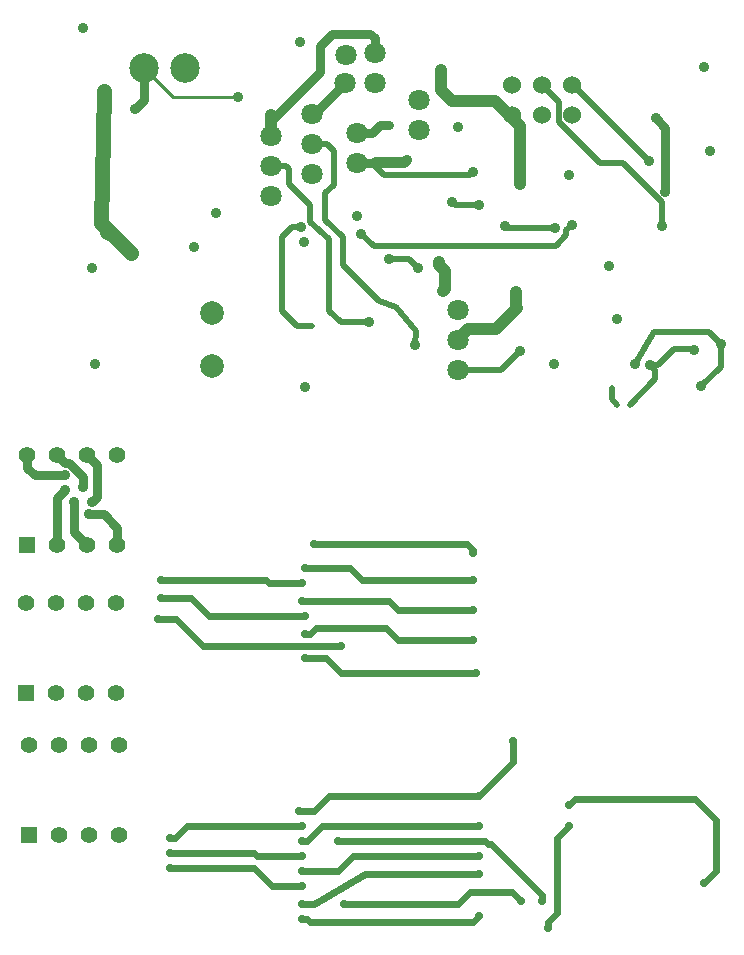
<source format=gbl>
G04 #@! TF.GenerationSoftware,KiCad,Pcbnew,5.1.5-52549c5~86~ubuntu18.04.1*
G04 #@! TF.CreationDate,2020-12-07T22:39:35-08:00*
G04 #@! TF.ProjectId,multiple_PCBs,6d756c74-6970-46c6-955f-504342732e6b,rev?*
G04 #@! TF.SameCoordinates,Original*
G04 #@! TF.FileFunction,Copper,L2,Bot*
G04 #@! TF.FilePolarity,Positive*
%FSLAX46Y46*%
G04 Gerber Fmt 4.6, Leading zero omitted, Abs format (unit mm)*
G04 Created by KiCad (PCBNEW 5.1.5-52549c5~86~ubuntu18.04.1) date 2020-12-07 22:39:35*
%MOMM*%
%LPD*%
G04 APERTURE LIST*
%ADD10R,1.397000X1.397000*%
%ADD11C,1.397000*%
%ADD12C,1.800000*%
%ADD13C,2.500000*%
%ADD14C,1.998980*%
%ADD15C,1.524000*%
%ADD16C,0.889000*%
%ADD17C,0.700000*%
%ADD18C,0.762000*%
%ADD19C,0.600000*%
%ADD20C,0.508000*%
%ADD21C,0.254000*%
%ADD22C,1.016000*%
%ADD23C,1.270000*%
G04 APERTURE END LIST*
D10*
X140090000Y-103710000D03*
D11*
X142630000Y-103710000D03*
X145170000Y-103710000D03*
X147710000Y-103710000D03*
X147710000Y-96090000D03*
X145170000Y-96090000D03*
X142630000Y-96090000D03*
X140090000Y-96090000D03*
D10*
X140208000Y-128270000D03*
D11*
X142748000Y-128270000D03*
X145288000Y-128270000D03*
X147828000Y-128270000D03*
X147828000Y-120650000D03*
X145288000Y-120650000D03*
X142748000Y-120650000D03*
X140208000Y-120650000D03*
D10*
X139990000Y-116210000D03*
D11*
X142530000Y-116210000D03*
X145070000Y-116210000D03*
X147610000Y-116210000D03*
X147610000Y-108590000D03*
X145070000Y-108590000D03*
X142530000Y-108590000D03*
X139990000Y-108590000D03*
D12*
X167113000Y-62229000D03*
X166970000Y-64626000D03*
X169510000Y-64626000D03*
X169510000Y-62086000D03*
X167990000Y-68846160D03*
X167990000Y-71386160D03*
X173228000Y-68569840D03*
X173228000Y-66029840D03*
X160740000Y-69066000D03*
X160740000Y-71606000D03*
X160740000Y-74146000D03*
D13*
X149989940Y-63356000D03*
X153490060Y-63356000D03*
D12*
X164190000Y-67216000D03*
X164190000Y-69756000D03*
X164190000Y-72296000D03*
D14*
X155702000Y-84089240D03*
X155702000Y-88590120D03*
D15*
X186230000Y-64786000D03*
X183690000Y-64786000D03*
X181150000Y-64786000D03*
X181150000Y-67326000D03*
X183690000Y-67326000D03*
X186230000Y-67326000D03*
D12*
X176530000Y-88900000D03*
X176530000Y-86360000D03*
X176530000Y-83820000D03*
D16*
X143256000Y-99060000D03*
X144018000Y-100076000D03*
X145288000Y-101092000D03*
X145542000Y-100090500D03*
X144780000Y-98806000D03*
X143256000Y-97790000D03*
D17*
X163576000Y-111252000D03*
X177800000Y-111760000D03*
X163576000Y-113284000D03*
X178054000Y-114554000D03*
X151130000Y-109982000D03*
X166624000Y-112268000D03*
X151384000Y-106680000D03*
X163322000Y-106934000D03*
X151384000Y-108204000D03*
X163576000Y-109728000D03*
X163322000Y-108458000D03*
X177800000Y-109220000D03*
X163576000Y-105664000D03*
X177800000Y-106680000D03*
X164338000Y-103632000D03*
X177800000Y-104394000D03*
X163068000Y-126238000D03*
X178308000Y-124968000D03*
X181196000Y-120338000D03*
X163322000Y-128778000D03*
X178308000Y-127508000D03*
X185928000Y-125730000D03*
X197358000Y-132334000D03*
X163322000Y-131318000D03*
X178308000Y-130048000D03*
X152146000Y-129794000D03*
X163322000Y-130048000D03*
X183642000Y-133858000D03*
X166370000Y-128778000D03*
X152146000Y-128524000D03*
X163322000Y-127508000D03*
X152146000Y-131064000D03*
X163322000Y-132588000D03*
X181864000Y-133858000D03*
X166878000Y-134112000D03*
X184150000Y-136144000D03*
X185928000Y-127508000D03*
X163322000Y-135382000D03*
X178308000Y-135128000D03*
X163322000Y-134112000D03*
X178308000Y-131572000D03*
D16*
X172280000Y-71086000D03*
X177800000Y-72136000D03*
X157910000Y-65776000D03*
X149240000Y-66756000D03*
X169060000Y-84848500D03*
X176022000Y-74676000D03*
X178372500Y-74930000D03*
X194112625Y-73857375D03*
X193294000Y-67564000D03*
X148844000Y-78994000D03*
X146558000Y-65278000D03*
X156090000Y-75586000D03*
X163640000Y-90356000D03*
X163150000Y-61126000D03*
X163490000Y-78056000D03*
X154224858Y-78453500D03*
X168040000Y-75856000D03*
X163280265Y-76796265D03*
X184658000Y-88392000D03*
X192840000Y-88482000D03*
X196515000Y-87156000D03*
X189330000Y-80056000D03*
X189992000Y-84582000D03*
X144780000Y-59944000D03*
X145542000Y-80264000D03*
X145796000Y-88392000D03*
X197358000Y-63246000D03*
X197866000Y-70358000D03*
X185928000Y-72390000D03*
X175139940Y-63456000D03*
X176530000Y-68326000D03*
X172940000Y-86756000D03*
X173140000Y-80226000D03*
X170688000Y-79502000D03*
X180580000Y-76726000D03*
X184815000Y-76856000D03*
X197140000Y-90281000D03*
X191516000Y-88392000D03*
X198815000Y-86656000D03*
X192715000Y-71156000D03*
X193802000Y-76708000D03*
X181815000Y-87256000D03*
X181490000Y-82306000D03*
X181640000Y-83631000D03*
X186190000Y-76631000D03*
X168388967Y-77337798D03*
D18*
X142630000Y-99686000D02*
X142630000Y-103710000D01*
X143256000Y-99060000D02*
X142630000Y-99686000D01*
X144081501Y-102621501D02*
X145170000Y-103710000D01*
X144018000Y-100076000D02*
X144081501Y-100520499D01*
X144081501Y-100520499D02*
X144081501Y-102621501D01*
X145288000Y-101092000D02*
X146558000Y-101092000D01*
X147710000Y-102244000D02*
X147710000Y-103710000D01*
X146558000Y-101092000D02*
X147710000Y-102244000D01*
X145868499Y-96788499D02*
X145170000Y-96090000D01*
X145986499Y-99646001D02*
X145986499Y-96906499D01*
X145986499Y-96906499D02*
X145868499Y-96788499D01*
X145542000Y-100090500D02*
X145986499Y-99646001D01*
X144780000Y-98806000D02*
X144780000Y-97944258D01*
X143328499Y-96788499D02*
X142630000Y-96090000D01*
X143624241Y-96788499D02*
X143328499Y-96788499D01*
X144780000Y-97944258D02*
X143624241Y-96788499D01*
X140090000Y-97164000D02*
X140090000Y-96090000D01*
X143256000Y-97790000D02*
X140716000Y-97790000D01*
X140716000Y-97790000D02*
X140090000Y-97164000D01*
D19*
X164070974Y-111252000D02*
X164578974Y-110744000D01*
X163576000Y-111252000D02*
X164070974Y-111252000D01*
X164578974Y-110744000D02*
X170434000Y-110744000D01*
X170434000Y-110744000D02*
X171450000Y-111760000D01*
X171450000Y-111760000D02*
X177800000Y-111760000D01*
X163576000Y-113284000D02*
X165354000Y-113284000D01*
X165354000Y-113284000D02*
X166624000Y-114554000D01*
X166624000Y-114554000D02*
X178054000Y-114554000D01*
X152654000Y-109982000D02*
X151130000Y-109982000D01*
X154940000Y-112268000D02*
X152654000Y-109982000D01*
X166624000Y-112268000D02*
X154940000Y-112268000D01*
X151384000Y-106680000D02*
X160274000Y-106680000D01*
X160274000Y-106680000D02*
X160528000Y-106934000D01*
X160528000Y-106934000D02*
X163322000Y-106934000D01*
X151384000Y-108204000D02*
X153924000Y-108204000D01*
X153924000Y-108204000D02*
X155448000Y-109728000D01*
X155448000Y-109728000D02*
X163576000Y-109728000D01*
X163322000Y-108458000D02*
X163816974Y-108458000D01*
X163816974Y-108458000D02*
X170688000Y-108458000D01*
X170688000Y-108458000D02*
X171450000Y-109220000D01*
X171450000Y-109220000D02*
X177800000Y-109220000D01*
X163576000Y-105664000D02*
X167386000Y-105664000D01*
X167386000Y-105664000D02*
X168402000Y-106680000D01*
X168402000Y-106680000D02*
X177800000Y-106680000D01*
X164338000Y-103632000D02*
X177292000Y-103632000D01*
X177292000Y-103632000D02*
X177800000Y-104140000D01*
X177800000Y-104140000D02*
X177800000Y-104394000D01*
X163068000Y-126238000D02*
X164338000Y-126238000D01*
X164338000Y-126238000D02*
X165608000Y-124968000D01*
X165608000Y-124968000D02*
X178308000Y-124968000D01*
X181196000Y-122080000D02*
X178308000Y-124968000D01*
X181196000Y-120338000D02*
X181196000Y-122080000D01*
X163816974Y-128778000D02*
X165086974Y-127508000D01*
X163322000Y-128778000D02*
X163816974Y-128778000D01*
X165086974Y-127508000D02*
X178308000Y-127508000D01*
X185928000Y-125730000D02*
X186436000Y-125222000D01*
X186436000Y-125222000D02*
X196596000Y-125222000D01*
X196596000Y-125222000D02*
X198374000Y-127000000D01*
X198374000Y-127000000D02*
X198374000Y-131318000D01*
X198374000Y-131318000D02*
X197358000Y-132334000D01*
X163322000Y-131318000D02*
X166370000Y-131318000D01*
X166370000Y-131318000D02*
X167640000Y-130048000D01*
X167640000Y-130048000D02*
X178308000Y-130048000D01*
X152146000Y-129794000D02*
X159258000Y-129794000D01*
X159258000Y-129794000D02*
X159512000Y-130048000D01*
X159512000Y-130048000D02*
X163322000Y-130048000D01*
X183642000Y-133363026D02*
X179324000Y-129045026D01*
X183642000Y-133858000D02*
X183642000Y-133363026D01*
X179324000Y-129045026D02*
X179083026Y-129045026D01*
X179083026Y-129045026D02*
X178816000Y-128778000D01*
X178816000Y-128778000D02*
X166370000Y-128778000D01*
X152640974Y-128524000D02*
X153656974Y-127508000D01*
X152146000Y-128524000D02*
X152640974Y-128524000D01*
X153656974Y-127508000D02*
X163322000Y-127508000D01*
X152146000Y-131064000D02*
X159258000Y-131064000D01*
X159258000Y-131064000D02*
X160782000Y-132588000D01*
X160782000Y-132588000D02*
X163322000Y-132588000D01*
X166878000Y-134112000D02*
X176530000Y-134112000D01*
X176530000Y-134112000D02*
X177546000Y-133096000D01*
X181102000Y-133096000D02*
X181864000Y-133858000D01*
X177546000Y-133096000D02*
X181102000Y-133096000D01*
X184150000Y-135649026D02*
X184912000Y-134887026D01*
X184150000Y-136144000D02*
X184150000Y-135649026D01*
X184912000Y-134887026D02*
X184912000Y-128524000D01*
X184912000Y-128524000D02*
X185928000Y-127508000D01*
X163816974Y-135382000D02*
X164070974Y-135636000D01*
X163322000Y-135382000D02*
X163816974Y-135382000D01*
X164070974Y-135636000D02*
X177800000Y-135636000D01*
X177800000Y-135636000D02*
X178308000Y-135128000D01*
X164338000Y-134112000D02*
X163322000Y-134112000D01*
X178308000Y-131572000D02*
X168656000Y-131572000D01*
X168656000Y-131572000D02*
X164338000Y-134112000D01*
D18*
X171979840Y-71386160D02*
X172280000Y-71086000D01*
X167990000Y-71386160D02*
X171979840Y-71386160D01*
D20*
X169550000Y-71086000D02*
X172280000Y-71086000D01*
X169260000Y-71376000D02*
X169550000Y-71086000D01*
X170280000Y-72396000D02*
X169260000Y-71376000D01*
X177800000Y-72136000D02*
X177601383Y-72396000D01*
X177601383Y-72396000D02*
X170280000Y-72396000D01*
D21*
X152409940Y-65776000D02*
X151490000Y-64856060D01*
X157910000Y-65776000D02*
X152409940Y-65776000D01*
X151490000Y-64856060D02*
X149989940Y-63356000D01*
D18*
X149989940Y-63356000D02*
X149989940Y-66006060D01*
X149989940Y-66006060D02*
X149240000Y-66756000D01*
D22*
X160740000Y-67793208D02*
X160740000Y-69066000D01*
X160740000Y-67329208D02*
X160740000Y-67793208D01*
D18*
X169152792Y-60456000D02*
X169510000Y-60813208D01*
X165890000Y-60456000D02*
X169152792Y-60456000D01*
X164890000Y-61456000D02*
X165890000Y-60456000D01*
X169510000Y-60813208D02*
X169510000Y-62086000D01*
X164890000Y-63643208D02*
X164890000Y-61456000D01*
X160740000Y-67793208D02*
X164890000Y-63643208D01*
D20*
X169060000Y-84848500D02*
X166632500Y-84848500D01*
X165640000Y-83856000D02*
X165640000Y-77756000D01*
X166632500Y-84848500D02*
X165640000Y-83856000D01*
X162012792Y-71606000D02*
X162290000Y-71883208D01*
X160740000Y-71606000D02*
X162012792Y-71606000D01*
X162290000Y-71883208D02*
X162290000Y-73156000D01*
X162290000Y-73156000D02*
X164040000Y-74906000D01*
X164040000Y-74906000D02*
X164040000Y-76356000D01*
X165640000Y-77756000D02*
X164040000Y-76356000D01*
X176276000Y-74930000D02*
X176022000Y-74676000D01*
X178372500Y-74930000D02*
X176276000Y-74930000D01*
D18*
X194112625Y-73857375D02*
X194112625Y-68382625D01*
X194112625Y-68382625D02*
X193294000Y-67564000D01*
D23*
X146812000Y-77216000D02*
X147320000Y-77470000D01*
X147066000Y-77216000D02*
X146812000Y-77216000D01*
X148844000Y-78994000D02*
X147066000Y-77216000D01*
X146304000Y-76454000D02*
X148844000Y-78994000D01*
X146558000Y-65278000D02*
X146304000Y-76454000D01*
D18*
X169262792Y-68846160D02*
X170002952Y-68106000D01*
X167990000Y-68846160D02*
X169262792Y-68846160D01*
X170002952Y-68106000D02*
X170740000Y-68106000D01*
D22*
X175139940Y-65223766D02*
X176072174Y-66156000D01*
X176072174Y-66156000D02*
X179690000Y-66156000D01*
X179690000Y-66156000D02*
X181790000Y-68256000D01*
X181790000Y-68256000D02*
X181790000Y-73156000D01*
X175442501Y-82011201D02*
X175293851Y-82159851D01*
X175442501Y-80518501D02*
X175442501Y-82011201D01*
X174950000Y-79746000D02*
X174950000Y-80026000D01*
X174950000Y-80026000D02*
X175442501Y-80518501D01*
D20*
X162549735Y-76796265D02*
X163280265Y-76796265D01*
X161690000Y-77656000D02*
X162549735Y-76796265D01*
X161690000Y-83906000D02*
X161690000Y-77656000D01*
X164240000Y-85156000D02*
X162940000Y-85156000D01*
X162940000Y-85156000D02*
X161690000Y-83906000D01*
X189620501Y-91386501D02*
X189620501Y-90386501D01*
X190065000Y-91831000D02*
X189620501Y-91386501D01*
X192840000Y-88482000D02*
X193539000Y-88482000D01*
X193539000Y-88482000D02*
X194890000Y-87131000D01*
X196490000Y-87131000D02*
X196515000Y-87156000D01*
X194890000Y-87131000D02*
X196490000Y-87131000D01*
X193284499Y-88926499D02*
X193284499Y-89636501D01*
X192840000Y-88482000D02*
X193284499Y-88926499D01*
X193284499Y-89636501D02*
X191090000Y-91831000D01*
D22*
X175139940Y-63456000D02*
X175139940Y-65223766D01*
D18*
X164380000Y-67216000D02*
X166970000Y-64626000D01*
X164190000Y-67216000D02*
X164380000Y-67216000D01*
D20*
X165462792Y-69756000D02*
X164190000Y-69756000D01*
X166040000Y-73206000D02*
X166040000Y-70333208D01*
X165340000Y-73906000D02*
X166040000Y-73206000D01*
X166790000Y-77606000D02*
X165340000Y-76156000D01*
X165340000Y-76156000D02*
X165340000Y-73906000D01*
X173038501Y-85557499D02*
X171300000Y-83526000D01*
X172940000Y-86756000D02*
X173038501Y-85557499D01*
X171300000Y-83526000D02*
X169900000Y-83066000D01*
X166040000Y-70333208D02*
X165462792Y-69756000D01*
X169090000Y-82306000D02*
X166790000Y-80006000D01*
X166790000Y-80006000D02*
X166790000Y-77606000D01*
X169900000Y-83066000D02*
X169090000Y-82306000D01*
X172416000Y-79502000D02*
X173140000Y-80226000D01*
X170688000Y-79502000D02*
X172416000Y-79502000D01*
X180710000Y-76856000D02*
X180580000Y-76726000D01*
X184815000Y-76856000D02*
X180710000Y-76856000D01*
X198815000Y-88606000D02*
X197140000Y-90281000D01*
X197815000Y-85656000D02*
X198815000Y-86656000D01*
X191516000Y-88392000D02*
X193161383Y-85656000D01*
X193161383Y-85656000D02*
X197815000Y-85656000D01*
X198815000Y-86656000D02*
X198815000Y-88606000D01*
X186345000Y-64786000D02*
X186230000Y-64786000D01*
X192715000Y-71156000D02*
X186345000Y-64786000D01*
X185113999Y-67861681D02*
X188626318Y-71374000D01*
X183690000Y-64786000D02*
X185113999Y-66209999D01*
X185113999Y-66209999D02*
X185113999Y-67861681D01*
X188626318Y-71374000D02*
X190500000Y-71374000D01*
X190500000Y-71374000D02*
X193802000Y-74676000D01*
X193802000Y-74676000D02*
X193802000Y-76708000D01*
X181370501Y-87700499D02*
X181370501Y-87725499D01*
X181815000Y-87256000D02*
X181370501Y-87700499D01*
X180196000Y-88900000D02*
X176530000Y-88900000D01*
X181370501Y-87725499D02*
X180196000Y-88900000D01*
D22*
X177429999Y-85460001D02*
X179785999Y-85460001D01*
X176530000Y-86360000D02*
X177429999Y-85460001D01*
X179785999Y-85460001D02*
X181490000Y-83756000D01*
X181490000Y-83756000D02*
X181490000Y-82306000D01*
D20*
X185745501Y-77075499D02*
X185745501Y-77500499D01*
X186190000Y-76631000D02*
X185745501Y-77075499D01*
X184864990Y-78381010D02*
X185745501Y-77500499D01*
X168388967Y-77337798D02*
X169432179Y-78381010D01*
X169432179Y-78381010D02*
X184864990Y-78381010D01*
M02*

</source>
